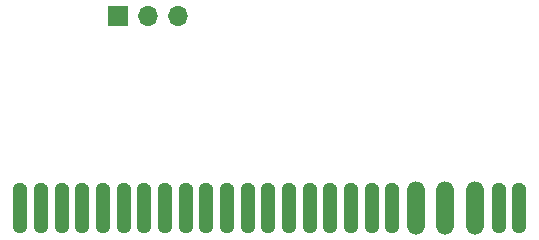
<source format=gbr>
%TF.GenerationSoftware,KiCad,Pcbnew,7.0.7*%
%TF.CreationDate,2024-01-01T23:26:11-08:00*%
%TF.ProjectId,Curly_Mini_v0,4375726c-795f-44d6-996e-695f76302e6b,rev?*%
%TF.SameCoordinates,Original*%
%TF.FileFunction,Soldermask,Bot*%
%TF.FilePolarity,Negative*%
%FSLAX46Y46*%
G04 Gerber Fmt 4.6, Leading zero omitted, Abs format (unit mm)*
G04 Created by KiCad (PCBNEW 7.0.7) date 2024-01-01 23:26:11*
%MOMM*%
%LPD*%
G01*
G04 APERTURE LIST*
G04 Aperture macros list*
%AMFreePoly0*
4,1,29,0.193136,2.094410,0.334892,2.027705,0.455605,1.927842,0.547692,1.801096,0.605364,1.655431,0.625000,1.500000,0.625000,-1.500000,0.620072,-1.578333,0.581110,-1.730078,0.505636,-1.867366,0.398390,-1.981571,0.266112,-2.065517,0.117113,-2.113930,-0.039244,-2.123767,-0.193136,-2.094410,-0.334892,-2.027705,-0.455605,-1.927842,-0.547692,-1.801096,-0.605364,-1.655431,-0.625000,-1.500000,
-0.625000,1.500000,-0.620072,1.578333,-0.581110,1.730078,-0.505636,1.867366,-0.398390,1.981571,-0.266112,2.065517,-0.117113,2.113930,0.039244,2.123767,0.193136,2.094410,0.193136,2.094410,$1*%
%AMFreePoly1*
4,1,31,0.130236,2.238606,0.297060,2.188662,0.447869,2.101592,0.574533,1.982091,0.670224,1.836599,0.729784,1.672962,0.750000,1.500000,0.750000,-1.500000,0.744929,-1.587070,0.704769,-1.756515,0.626616,-1.912132,0.514681,-2.045530,0.375000,-2.149519,0.215102,-2.218492,0.043609,-2.248731,-0.130236,-2.238606,-0.297060,-2.188662,-0.447869,-2.101592,-0.574533,-1.982091,-0.670224,-1.836599,
-0.729784,-1.672962,-0.750000,-1.500000,-0.750000,1.500000,-0.744929,1.587070,-0.704769,1.756515,-0.626616,1.912132,-0.514681,2.045530,-0.375000,2.149519,-0.215102,2.218492,-0.043609,2.248731,0.130236,2.238606,0.130236,2.238606,$1*%
G04 Aperture macros list end*
%ADD10FreePoly0,180.000000*%
%ADD11FreePoly1,180.000000*%
%ADD12R,1.700000X1.700000*%
%ADD13O,1.700000X1.700000*%
G04 APERTURE END LIST*
D10*
%TO.C,J26*%
X112675000Y-69600000D03*
X110925000Y-69600000D03*
D11*
X108925000Y-69600000D03*
X106425000Y-69600000D03*
X103925000Y-69600000D03*
D10*
X101925000Y-69600000D03*
X100175000Y-69600000D03*
X98425000Y-69600000D03*
X96675000Y-69600000D03*
X94925000Y-69600000D03*
X93175000Y-69600000D03*
X91425000Y-69600000D03*
X89675000Y-69600000D03*
X87925000Y-69600000D03*
X86175000Y-69600000D03*
X84425000Y-69600000D03*
X82675000Y-69600000D03*
X80925000Y-69600000D03*
X79175000Y-69600000D03*
X77425000Y-69600000D03*
X75675000Y-69600000D03*
X73925000Y-69600000D03*
X72175000Y-69600000D03*
X70425000Y-69600000D03*
%TD*%
D12*
%TO.C,J8*%
X78740000Y-53340000D03*
D13*
X81280000Y-53340000D03*
X83820000Y-53340000D03*
%TD*%
M02*

</source>
